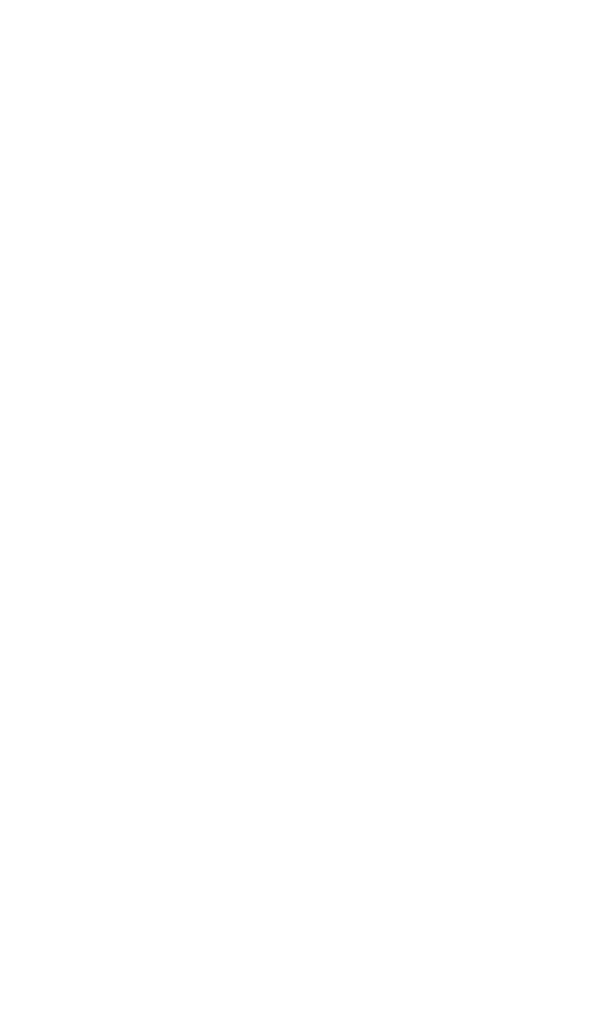
<source format=kicad_pcb>
(kicad_pcb (version 20221018) (generator pcbnew)

  (general
    (thickness 1.6)
  )

  (paper "A4")
  (layers
    (0 "F.Cu" signal)
    (31 "B.Cu" signal)
    (32 "B.Adhes" user "B.Adhesive")
    (33 "F.Adhes" user "F.Adhesive")
    (34 "B.Paste" user)
    (35 "F.Paste" user)
    (36 "B.SilkS" user "B.Silkscreen")
    (37 "F.SilkS" user "F.Silkscreen")
    (38 "B.Mask" user)
    (39 "F.Mask" user)
    (40 "Dwgs.User" user "User.Drawings")
    (41 "Cmts.User" user "User.Comments")
    (42 "Eco1.User" user "User.Eco1")
    (43 "Eco2.User" user "User.Eco2")
    (44 "Edge.Cuts" user)
    (45 "Margin" user)
    (46 "B.CrtYd" user "B.Courtyard")
    (47 "F.CrtYd" user "F.Courtyard")
    (48 "B.Fab" user)
    (49 "F.Fab" user)
    (50 "User.1" user)
    (51 "User.2" user)
    (52 "User.3" user)
    (53 "User.4" user)
    (54 "User.5" user)
    (55 "User.6" user)
    (56 "User.7" user)
    (57 "User.8" user)
    (58 "User.9" user)
  )

  (setup
    (pad_to_mask_clearance 0)
    (pcbplotparams
      (layerselection 0x00010fc_ffffffff)
      (plot_on_all_layers_selection 0x0000000_00000000)
      (disableapertmacros false)
      (usegerberextensions false)
      (usegerberattributes true)
      (usegerberadvancedattributes true)
      (creategerberjobfile true)
      (dashed_line_dash_ratio 12.000000)
      (dashed_line_gap_ratio 3.000000)
      (svgprecision 4)
      (plotframeref false)
      (viasonmask false)
      (mode 1)
      (useauxorigin false)
      (hpglpennumber 1)
      (hpglpenspeed 20)
      (hpglpendiameter 15.000000)
      (dxfpolygonmode true)
      (dxfimperialunits true)
      (dxfusepcbnewfont true)
      (psnegative false)
      (psa4output false)
      (plotreference true)
      (plotvalue true)
      (plotinvisibletext false)
      (sketchpadsonfab false)
      (subtractmaskfromsilk false)
      (outputformat 1)
      (mirror false)
      (drillshape 1)
      (scaleselection 1)
      (outputdirectory "")
    )
  )

  (net 0 "")

  (gr_circle (center 130.919 97.504) (end 132.819 97.504)
    (stroke (width 0.2) (type solid)) (fill none) (layer "Dwgs.User") (tstamp 0322eac7-504f-4fdd-b8b1-7c2abcb8ab9f))
  (gr_line (start 135.069 61.504) (end 47.319 61.504)
    (stroke (width 0.2) (type solid)) (layer "Dwgs.User") (tstamp 04693cae-5817-4b99-87a4-056f745508d4))
  (gr_circle (center 114.119 93.004) (end 116.519 93.004)
    (stroke (width 0.2) (type solid)) (fill none) (layer "Dwgs.User") (tstamp 08bf2f39-04e6-4f71-8498-c16fcccbc3bc))
  (gr_circle (center 63.719 90.004) (end 66.119 90.004)
    (stroke (width 0.2) (type solid)) (fill none) (layer "Dwgs.User") (tstamp 0de6c4fe-2746-43a4-86de-d88932242904))
  (gr_circle (center 139.319 106.504) (end 140.219 106.504)
    (stroke (width 0.2) (type solid)) (fill none) (layer "Dwgs.User") (tstamp 0e9659e1-dabb-4c3a-af52-131628e3b026))
  (gr_circle (center 114.119 172.504) (end 116.019 172.504)
    (stroke (width 0.2) (type solid)) (fill none) (layer "Dwgs.User") (tstamp 0ecc0694-47ec-4223-8a6b-a83167fa49bf))
  (gr_circle (center 80.519 136.504) (end 82.419 136.504)
    (stroke (width 0.2) (type solid)) (fill none) (layer "Dwgs.User") (tstamp 10c26f81-3e96-4088-9415-c4545810cd69))
  (gr_circle (center 63.719 126.004) (end 66.119 126.004)
    (stroke (width 0.2) (type solid)) (fill none) (layer "Dwgs.User") (tstamp 1299abbd-d580-4e1b-ad34-85048f59b8bb))
  (gr_line (start 47.319 186.204) (end 147.319 186.204)
    (stroke (width 0.2) (type solid)) (layer "Dwgs.User") (tstamp 1a1c32bd-47df-4964-938c-da551dee4dbe))
  (gr_circle (center 114.119 129.004) (end 116.519 129.004)
    (stroke (width 0.2) (type solid)) (fill none) (layer "Dwgs.User") (tstamp 1bd017a1-f69e-4d83-bced-839066705ae9))
  (gr_circle (center 130.919 90.004) (end 133.319 90.004)
    (stroke (width 0.2) (type solid)) (fill none) (layer "Dwgs.User") (tstamp 1c077f80-b7b8-4412-adee-2dfaad5a7a39))
  (gr_circle (center 97.319 106.504) (end 98.219 106.504)
    (stroke (width 0.2) (type solid)) (fill none) (layer "Dwgs.User") (tstamp 1c3855ac-7874-42a2-ab04-2747668d1098))
  (gr_circle (center 104.444 65.504) (end 106.344 65.504)
    (stroke (width 0.2) (type solid)) (fill none) (layer "Dwgs.User") (tstamp 2547ccdc-f59d-4ef3-aff7-0f537113b36d))
  (gr_line (start 135.069 36.204) (end 135.069 61.504)
    (stroke (width 0.2) (type solid)) (layer "Dwgs.User") (tstamp 29032e39-0f71-4446-805f-e1ebce955249))
  (gr_circle (center 90.194 65.504) (end 92.094 65.504)
    (stroke (width 0.2) (type solid)) (fill none) (layer "Dwgs.User") (tstamp 2f254b8f-0f19-43c8-a62f-414ef89da1d4))
  (gr_circle (center 104.444 65.504) (end 106.344 65.504)
    (stroke (width 0.2) (type solid)) (fill none) (layer "Dwgs.User") (tstamp 3042cbff-0500-41fd-9b3a-13298b7703e2))
  (gr_circle (center 80.519 165.004) (end 82.919 165.004)
    (stroke (width 0.2) (type solid)) (fill none) (layer "Dwgs.User") (tstamp 34d8683c-17f7-4c88-8cbd-f6d3dfd1b6d9))
  (gr_circle (center 130.919 126.004) (end 133.319 126.004)
    (stroke (width 0.2) (type solid)) (fill none) (layer "Dwgs.User") (tstamp 37c576de-26f5-48ae-aed5-7af9e11e5118))
  (gr_circle (center 130.919 90.004) (end 133.319 90.004)
    (stroke (width 0.2) (type solid)) (fill none) (layer "Dwgs.User") (tstamp 44812730-2f10-4ab2-ae92-b7d2afd8762a))
  (gr_circle (center 114.119 136.504) (end 116.019 136.504)
    (stroke (width 0.2) (type solid)) (fill none) (layer "Dwgs.User") (tstamp 48028355-3854-4957-b4e4-9f42d551a780))
  (gr_circle (center 114.119 100.504) (end 116.019 100.504)
    (stroke (width 0.2) (type solid)) (fill none) (layer "Dwgs.User") (tstamp 559fb027-d3ea-478a-964e-be04f3fd1906))
  (gr_line (start 68.319 55.204) (end 68.319 24.704)
    (stroke (width 0.2) (type solid)) (layer "Dwgs.User") (tstamp 612c7434-9dad-4439-927e-bc36e7e3000b))
  (gr_circle (center 63.969 65.504) (end 64.869 65.504)
    (stroke (width 0.2) (type solid)) (fill none) (layer "Dwgs.User") (tstamp 65dcdf1a-6033-48ef-a6a6-1d3dab201e0b))
  (gr_circle (center 139.319 181.504) (end 140.219 181.504)
    (stroke (width 0.2) (type solid)) (fill none) (layer "Dwgs.User") (tstamp 6609ccce-5342-43f3-88db-ed0f5a3d66a2))
  (gr_circle (center 114.119 100.504) (end 116.019 100.504)
    (stroke (width 0.2) (type solid)) (fill none) (layer "Dwgs.User") (tstamp 6985a688-cc35-4549-b6ab-eb6e2aeab78f))
  (gr_circle (center 63.719 97.504) (end 65.619 97.504)
    (stroke (width 0.2) (type solid)) (fill none) (layer "Dwgs.User") (tstamp 69b4be52-fb25-433f-b3cc-554c0ea26a31))
  (gr_circle (center 55.319 142.504) (end 56.219 142.504)
    (stroke (width 0.2) (type solid)) (fill none) (layer "Dwgs.User") (tstamp 6a968fe3-5193-4356-a456-0708cdd603bd))
  (gr_circle (center 97.319 97.504) (end 99.219 97.504)
    (stroke (width 0.2) (type solid)) (fill none) (layer "Dwgs.User") (tstamp 6afbbad1-5f0b-4c79-a4f1-f25e276407f8))
  (gr_circle (center 63.969 57.604) (end 64.869 57.604)
    (stroke (width 0.2) (type solid)) (fill none) (layer "Dwgs.User") (tstamp 6c16adc6-0091-47d9-87cd-18a15dc2cb33))
  (gr_circle (center 97.319 90.004) (end 99.719 90.004)
    (stroke (width 0.2) (type solid)) (fill none) (layer "Dwgs.User") (tstamp 7595f7c5-bd1f-4b4c-a5e3-7d56086f1829))
  (gr_circle (center 97.319 126.004) (end 99.719 126.004)
    (stroke (width 0.2) (type solid)) (fill none) (layer "Dwgs.User") (tstamp 7d3c8784-bbf4-4233-90d1-f1df76db2dd7))
  (gr_circle (center 97.319 97.504) (end 99.219 97.504)
    (stroke (width 0.2) (type solid)) (fill none) (layer "Dwgs.User") (tstamp 7e7ba1a4-63ff-4b5c-80f2-e0217bf2681b))
  (gr_circle (center 63.969 18.404) (end 64.869 18.404)
    (stroke (width 0.2) (type solid)) (fill none) (layer "Dwgs.User") (tstamp 8433fe34-d751-406a-abde-ec2d58a062d8))
  (gr_circle (center 130.919 97.504) (end 132.819 97.504)
    (stroke (width 0.2) (type solid)) (fill none) (layer "Dwgs.User") (tstamp 866f249c-95c9-4243-a36d-ae21af06bb1d))
  (gr_circle (center 75.944 65.504) (end 77.844 65.504)
    (stroke (width 0.2) (type solid)) (fill none) (layer "Dwgs.User") (tstamp 8a727af5-6021-4fa8-9abb-664feb838bb2))
  (gr_line (start 126.319 24.704) (end 126.319 55.204)
    (stroke (width 0.2) (type solid)) (layer "Dwgs.User") (tstamp 901c9fff-492e-4360-83b6-3f73ad24cba4))
  (gr_circle (center 97.319 126.004) (end 99.719 126.004)
    (stroke (width 0.2) (type solid)) (fill none) (layer "Dwgs.User") (tstamp 90689261-feec-4904-89fa-e20913f9690f))
  (gr_circle (center 130.919 126.004) (end 133.319 126.004)
    (stroke (width 0.2) (type solid)) (fill none) (layer "Dwgs.User") (tstamp 932165ff-0c5d-427b-8dee-4506ce97f1a7))
  (gr_circle (center 80.519 165.004) (end 82.919 165.004)
    (stroke (width 0.2) (type solid)) (fill none) (layer "Dwgs.User") (tstamp 932d02cf-1d60-422c-9698-87a43b7da0f3))
  (gr_circle (center 130.919 133.504) (end 132.819 133.504)
    (stroke (width 0.2) (type solid)) (fill none) (layer "Dwgs.User") (tstamp 943bdf91-8979-402c-bd96-db2a37ff7ce8))
  (gr_circle (center 118.694 65.504) (end 120.594 65.504)
    (stroke (width 0.2) (type solid)) (fill none) (layer "Dwgs.User") (tstamp 94913bc7-14a7-4f14-903a-98eb489bc2fc))
  (gr_circle (center 97.319 133.504) (end 99.219 133.504)
    (stroke (width 0.2) (type solid)) (fill none) (layer "Dwgs.User") (tstamp 94e2f627-c2b5-41b5-a664-18d3c3f78887))
  (gr_circle (center 137.19032 63.62532) (end 138.09032 63.62532)
    (stroke (width 0.2) (type solid)) (fill none) (layer "Dwgs.User") (tstamp 958ed762-306d-40c1-aae2-cf9a458f9a7f))
  (gr_circle (center 114.119 93.004) (end 116.519 93.004)
    (stroke (width 0.2) (type solid)) (fill none) (layer "Dwgs.User") (tstamp 97dccb82-36dc-4496-9475-34c1884dc40b))
  (gr_circle (center 63.969 65.504) (end 64.869 65.504)
    (stroke (width 0.2) (type solid)) (fill none) (layer "Dwgs.User") (tstamp 98d0549d-71ec-44de-bb7a-8b518b8d4dd6))
  (gr_circle (center 80.519 136.504) (end 82.419 136.504)
    (stroke (width 0.2) (type solid)) (fill none) (layer "Dwgs.User") (tstamp 998225e5-eb1a-4fa1-bd02-c91171317a75))
  (gr_circle (center 80.519 93.004) (end 82.919 93.004)
    (stroke (width 0.2) (type solid)) (fill none) (layer "Dwgs.User") (tstamp 9a9c90a5-08a2-4da3-ae65-8b1fda916523))
  (gr_circle (center 63.719 90.004) (end 66.119 90.004)
    (stroke (width 0.2) (type solid)) (fill none) (layer "Dwgs.User") (tstamp a099e9cc-c2b2-41c9-ade5-2b96df44558a))
  (gr_circle (center 97.319 181.504) (end 98.219 181.504)
    (stroke (width 0.2) (type solid)) (fill none) (layer "Dwgs.User") (tstamp a26b3fdc-3955-4413-9053-db4042c8f467))
  (gr_circle (center 55.319 106.504) (end 56.219 106.504)
    (stroke (width 0.2) (type solid)) (fill none) (layer "Dwgs.User") (tstamp a33e2e6f-d724-42f5-bdcd-83499640857e))
  (gr_line (start 47.319 61.504) (end 47.319 186.204)
    (stroke (width 0.2) (type solid)) (layer "Dwgs.User") (tstamp a3bdadee-1c09-42e1-b5fa-f0ad3e619eff))
  (gr_circle (center 114.119 165.004) (end 116.519 165.004)
    (stroke (width 0.2) (type solid)) (fill none) (layer "Dwgs.User") (tstamp a651ce5d-9075-40a8-a9ff-93af53e3dd32))
  (gr_circle (center 55.319 181.504) (end 56.219 181.504)
    (stroke (width 0.2) (type solid)) (fill none) (layer "Dwgs.User") (tstamp a755da75-273c-446b-b66f-662161a178fa))
  (gr_circle (center 139.319 142.504) (end 140.219 142.504)
    (stroke (width 0.2) (type solid)) (fill none) (layer "Dwgs.User") (tstamp a93c04cf-75ef-445c-ad7f-82393aac5b71))
  (gr_circle (center 114.119 165.004) (end 116.519 165.004)
    (stroke (width 0.2) (type solid)) (fill none) (layer "Dwgs.User") (tstamp abd4f1ec-52da-46ab-b653-4bc6252adb3e))
  (gr_circle (center 97.319 71.004) (end 98.219 71.004)
    (stroke (width 0.2) (type solid)) (fill none) (layer "Dwgs.User") (tstamp b2d2016d-110d-4fee-9cca-8debde6e4684))
  (gr_circle (center 114.119 136.504) (end 116.019 136.504)
    (stroke (width 0.2) (type solid)) (fill none) (layer "Dwgs.User") (tstamp b5259d82-5db1-46a4-809d-4e000459a918))
  (gr_circle (center 118.694 65.504) (end 120.594 65.504)
    (stroke (width 0.2) (type solid)) (fill none) (layer "Dwgs.User") (tstamp b7527f1d-9f82-46aa-9e04-6c1486347fc3))
  (gr_circle (center 80.519 93.004) (end 82.919 93.004)
    (stroke (width 0.2) (type solid)) (fill none) (layer "Dwgs.User") (tstamp b85aa1a8-68a8-4d3a-b441-5e457ac5078c))
  (gr_circle (center 55.319 181.504) (end 56.219 181.504)
    (stroke (width 0.2) (type solid)) (fill none) (layer "Dwgs.User") (tstamp b920a905-6b0d-41aa-9a95-d85fbbc96d76))
  (gr_circle (center 80.519 172.504) (end 82.419 172.504)
    (stroke (width 0.2) (type solid)) (fill none) (layer "Dwgs.User") (tstamp b94c5499-cb3e-45fe-b966-b07eeac6e7a5))
  (gr_circle (center 131.169 18.404) (end 132.069 18.404)
    (stroke (width 0.2) (type solid)) (fill none) (layer "Dwgs.User") (tstamp bf6c20e3-43ec-48fe-993f-0467e4538f2c))
  (gr_circle (center 137.19032 63.62532) (end 138.09032 63.62532)
    (stroke (width 0.2) (type solid)) (fill none) (layer "Dwgs.User") (tstamp c020ce1c-8df0-4ec2-8b3f-8629a3807992))
  (gr_circle (center 114.119 172.504) (end 116.019 172.504)
    (stroke (width 0.2) (type solid)) (fill none) (layer "Dwgs.User") (tstamp c0226c63-4817-460d-81aa-ec6a531aacba))
  (gr_circle (center 143.569 38.704) (end 144.469 38.704)
    (stroke (width 0.2) (type solid)) (fill none) (layer "Dwgs.User") (tstamp c2a17ba1-9bee-43b6-b043-ec45221837c0))
  (gr_circle (center 80.519 172.504) (end 82.419 172.504)
    (stroke (width 0.2) (type solid)) (fill none) (layer "Dwgs.User") (tstamp c3cb8f2f-d669-4565-8493-25cfe949c40d))
  (gr_circle (center 90.194 65.504) (end 92.094 65.504)
    (stroke (width 0.2) (type solid)) (fill none) (layer "Dwgs.User") (tstamp c7b1f745-4d14-4b8a-8096-565d50906e98))
  (gr_circle (center 139.069 47.329) (end 140.969 47.329)
    (stroke (width 0.2) (type solid)) (fill none) (layer "Dwgs.User") (tstamp c9b95da2-017a-437d-87fb-1a01c35820a0))
  (gr_circle (center 63.719 126.004) (end 66.119 126.004)
    (stroke (width 0.2) (type solid)) (fill none) (layer "Dwgs.User") (tstamp ccf1a5ed-5995-42e9-8f2b-239cf0811b6f))
  (gr_circle (center 114.119 129.004) (end 116.519 129.004)
    (stroke (width 0.2) (type solid)) (fill none) (layer "Dwgs.User") (tstamp ce5f1f3b-7312-4f29-8eef-8d857e86abbc))
  (gr_circle (center 97.319 181.504) (end 98.219 181.504)
    (stroke (width 0.2) (type solid)) (fill none) (layer "Dwgs.User") (tstamp cf859053-2bbd-4a8e-8d2f-def1f72b0bda))
  (gr_line (start 126.319 55.204) (end 68.319 55.204)
    (stroke (width 0.2) (type solid)) (layer "Dwgs.User") (tstamp d697b9e7-ec4f-466b-8a4e-0693f135ce0a))
  (gr_circle (center 143.569 38.704) (end 144.469 38.704)
    (stroke (width 0.2) (type solid)) (fill none) (layer "Dwgs.User") (tstamp de58bc28-bb48-4f8a-8d04-827c4dc42eea))
  (gr_circle (center 139.319 181.504) (end 140.219 181.504)
    (stroke (width 0.2) (type solid)) (fill none) (layer "Dwgs.User") (tstamp de93ba77-167a-46f2-b0c2-743a39b6e57b))
  (gr_circle (center 131.169 57.604) (end 132.069 57.604)
    (stroke (width 0.2) (type solid)) (fill none) (layer "Dwgs.User") (tstamp e2246eef-d05b-4aa0-824d-d138adaf6e56))
  (gr_circle (center 75.944 65.504) (end 77.844 65.504)
    (stroke (width 0.2) (type solid)) (fill none) (layer "Dwgs.User") (tstamp e9469421-17cb-455e-a0c6-50dc90088e1e))
  (gr_circle (center 80.519 129.004) (end 82.919 129.004)
    (stroke (width 0.2) (type solid)) (fill none) (layer "Dwgs.User") (tstamp ead3ca24-370a-4181-977a-91b02b7ee34d))
  (gr_circle (center 80.519 100.504) (end 82.419 100.504)
    (stroke (width 0.2) (type solid)) (fill none) (layer "Dwgs.User") (tstamp edc33f47-c3cc-4255-bbba-fa7f98b2825b))
  (gr_circle (center 63.719 133.504) (end 65.619 133.504)
    (stroke (width 0.2) (type solid)) (fill none) (layer "Dwgs.User") (tstamp ef4ce3a1-b0cc-402a-9ee5-211c1eaa0fbc))
  (gr_line (start 147.319 186.204) (end 147.319 36.204)
    (stroke (width 0.2) (type solid)) (layer "Dwgs.User") (tstamp f1ccf97a-80dd-4447-b1c8-d79ab8744355))
  (gr_circle (center 63.719 133.504) (end 65.619 133.504)
    (stroke (width 0.2) (type solid)) (fill none) (layer "Dwgs.User") (tstamp f3a5400f-51e3-4728-b3d9-9e3882125736))
  (gr_circle (center 63.719 97.504) (end 65.619 97.504)
    (stroke (width 0.2) (type solid)) (fill none) (layer "Dwgs.User") (tstamp f3c7438e-7c84-4340-b92f-9c7d7f8ab606))
  (gr_circle (center 80.519 100.504) (end 82.419 100.504)
    (stroke (width 0.2) (type solid)) (fill none) (layer "Dwgs.User") (tstamp f63a492f-fb85-461f-9e12-f5174c9e34e3))
  (gr_circle (center 139.069 47.329) (end 140.969 47.329)
    (stroke (width 0.2) (type solid)) (fill none) (layer "Dwgs.User") (tstamp f7ffef24-8061-4844-bb73-6479e5e83b0a))
  (gr_circle (center 97.319 90.004) (end 99.719 90.004)
    (stroke (width 0.2) (type solid)) (fill none) (layer "Dwgs.User") (tstamp f859f855-904a-4e51-8af6-946cebbf6a5d))
  (gr_line (start 147.319 36.204) (end 135.069 36.204)
    (stroke (width 0.2) (type solid)) (layer "Dwgs.User") (tstamp f8a7f574-8298-40d2-977e-56a2c0a6d332))
  (gr_circle (center 97.319 142.504) (end 98.219 142.504)
    (stroke (width 0.2) (type solid)) (fill none) (layer "Dwgs.User") (tstamp fa4b6a6d-58e7-42c5-ad5f-b57e7c62e407))
  (gr_circle (center 80.519 129.004) (end 82.919 129.004)
    (stroke (width 0.2) (type solid)) (fill none) (layer "Dwgs.User") (tstamp fb0d1c08-abcf-4501-bc7d-af73eb420d37))
  (gr_circle (center 130.919 133.504) (end 132.819 133.504)
    (stroke (width 0.2) (type solid)) (fill none) (layer "Dwgs.User") (tstamp fcf581dc-d045-4227-9d88-43551785a3e8))
  (gr_circle (center 97.319 133.504) (end 99.219 133.504)
    (stroke (width 0.2) (type solid)) (fill none) (layer "Dwgs.User") (tstamp fd726945-100c-4872-849b-1792cad1f9b3))
  (gr_line (start 68.319 24.704) (end 126.319 24.704)
    (stroke (width 0.2) (type solid)) (layer "Dwgs.User") (tstamp ffc66980-e885-4479-963c-f8ecc8cab5ec))

)

</source>
